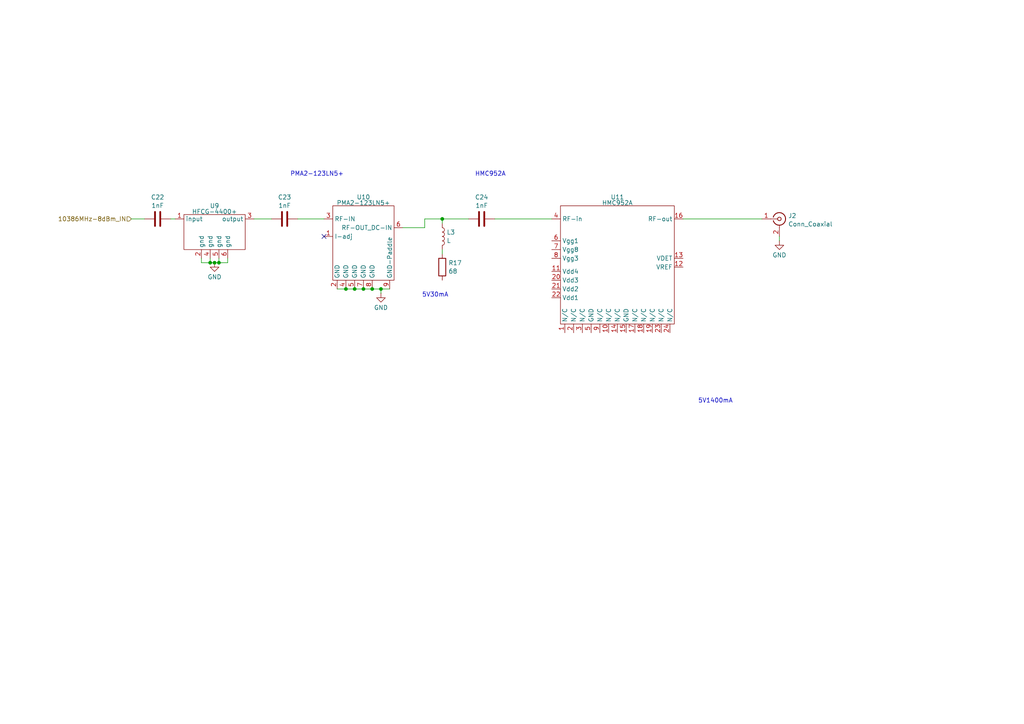
<source format=kicad_sch>
(kicad_sch (version 20231120) (generator "eeschema") (generator_version "8.0")
  (paper "A4")
  (lib_symbols
    (symbol "Connector:Conn_Coaxial" (pin_names (offset 1.016) hide)
      (property "Reference" "J" (at 0.254 3.048 0))
      (property "Value" "Conn_Coaxial" (at 2.921 0 90))
      (symbol "Conn_Coaxial_0_1"
        (arc (start -1.778 -0.508) (mid 0.2311 -1.8066) (end 1.778 0) (stroke (width 0.254)))
        (polyline (pts (xy -2.54 0) (xy -0.508 0)))
        (polyline (pts (xy 0 -2.54) (xy 0 -1.778)))
        (circle (center 0 0) (radius 0.508) (stroke (width 0.2032)))
        (arc (start 1.778 0) (mid 0.2099 1.8101) (end -1.778 0.508) (stroke (width 0.254)))
      )
      (symbol "Conn_Coaxial_1_1"
        (pin passive line (at -5.08 0 0) (length 2.54) (name "In") (number "1"))
        (pin passive line (at 0 -5.08 90) (length 2.54) (name "Ext") (number "2"))
      )
    )
    (symbol "Device:C" (pin_numbers hide) (pin_names (offset 0.254))
      (property "Reference" "C" (at 0.635 2.54 0))
      (property "Value" "C" (at 0.635 -2.54 0))
      (symbol "C_0_1"
        (polyline (pts (xy -2.032 -0.762) (xy 2.032 -0.762)) (stroke (width 0.508)))
        (polyline (pts (xy -2.032 0.762) (xy 2.032 0.762)) (stroke (width 0.508)))
      )
      (symbol "C_1_1"
        (pin passive line (at 0 3.81 270) (length 2.794) (name "~") (number "1"))
        (pin passive line (at 0 -3.81 90) (length 2.794) (name "~") (number "2"))
      )
    )
    (symbol "Device:L" (pin_numbers hide) (pin_names (offset 1.016) hide)
      (property "Reference" "L" (at -1.27 0 90))
      (property "Value" "L" (at 1.905 0 90))
      (symbol "L_0_1"
        (arc (start 0 -2.54) (mid 0.6323 -1.905) (end 0 -1.27))
        (arc (start 0 -1.27) (mid 0.6323 -0.635) (end 0 0))
        (arc (start 0 0) (mid 0.6323 0.635) (end 0 1.27))
        (arc (start 0 1.27) (mid 0.6323 1.905) (end 0 2.54))
      )
      (symbol "L_1_1"
        (pin passive line (at 0 3.81 270) (length 1.27) (name "1") (number "1"))
        (pin passive line (at 0 -3.81 90) (length 1.27) (name "2") (number "2"))
      )
    )
    (symbol "Device:R" (pin_numbers hide) (pin_names (offset 0))
      (property "Reference" "R" (at 2.032 0 90))
      (property "Value" "R" (at 0 0 90))
      (symbol "R_0_1"
        (rectangle (start -1.016 -2.54) (end 1.016 2.54) (stroke (width 0.254)))
      )
      (symbol "R_1_1"
        (pin passive line (at 0 3.81 270) (length 1.27) (name "~") (number "1"))
        (pin passive line (at 0 -3.81 90) (length 1.27) (name "~") (number "2"))
      )
    )
    (symbol "HankLibrary:HFCG_4400+"
      (property "Reference" "U" (at 0 0 0))
      (symbol "HFCG_4400+_0_1"
        (rectangle (start -8.89 -1.27) (end 8.89 -11.43))
      )
      (symbol "HFCG_4400+_1_1"
        (pin input line (at -11.43 -2.54 0) (length 2.54) (name "input") (number "1"))
        (pin output line (at -3.81 -13.97 90) (length 2.54) (name "gnd") (number "2"))
        (pin output line (at 11.43 -2.54 180) (length 2.54) (name "output") (number "3"))
        (pin output line (at -1.27 -13.97 90) (length 2.54) (name "gnd") (number "4"))
        (pin output line (at 1.27 -13.97 90) (length 2.54) (name "gnd") (number "5"))
        (pin output line (at 3.81 -13.97 90) (length 2.54) (name "gnd") (number "6"))
      )
    )
    (symbol "HankLibrary:HMC952A"
      (property "Reference" "U" (at 0 0 0))
      (symbol "HMC952A_0_1"
        (rectangle (start -16.51 -1.27) (end 16.51 -35.56))
      )
      (symbol "HMC952A_1_1"
        (pin input line (at -15.24 -38.1 90) (length 2.54) (name "N/C") (number "1"))
        (pin input line (at -2.54 -38.1 90) (length 2.54) (name "N/C") (number "10"))
        (pin power_in line (at -19.05 -20.32 0) (length 2.54) (name "Vdd4") (number "11"))
        (pin output line (at 19.05 -19.05 180) (length 2.54) (name "VREF") (number "12"))
        (pin output line (at 19.05 -16.51 180) (length 2.54) (name "VDET") (number "13"))
        (pin input line (at 0 -38.1 90) (length 2.54) (name "N/C") (number "14"))
        (pin input line (at 2.54 -38.1 90) (length 2.54) (name "GND") (number "15"))
        (pin output line (at 19.05 -5.08 180) (length 2.54) (name "RF-out") (number "16"))
        (pin input line (at 5.08 -38.1 90) (length 2.54) (name "N/C") (number "17"))
        (pin input line (at 7.62 -38.1 90) (length 2.54) (name "N/C") (number "18"))
        (pin input line (at 10.16 -38.1 90) (length 2.54) (name "N/C") (number "19"))
        (pin input line (at -12.7 -38.1 90) (length 2.54) (name "N/C") (number "2"))
        (pin power_in line (at -19.05 -22.86 0) (length 2.54) (name "Vdd3") (number "20"))
        (pin power_in line (at -19.05 -25.4 0) (length 2.54) (name "Vdd2") (number "21"))
        (pin power_in line (at -19.05 -27.94 0) (length 2.54) (name "Vdd1") (number "22"))
        (pin input line (at 12.7 -38.1 90) (length 2.54) (name "N/C") (number "23"))
        (pin input line (at 15.24 -38.1 90) (length 2.54) (name "N/C") (number "24"))
        (pin input line (at -10.16 -38.1 90) (length 2.54) (name "N/C") (number "3"))
        (pin input line (at -19.05 -5.08 0) (length 2.54) (name "RF-in") (number "4"))
        (pin input line (at -7.62 -38.1 90) (length 2.54) (name "GND") (number "5"))
        (pin power_in line (at -19.05 -11.43 0) (length 2.54) (name "Vgg1") (number "6"))
        (pin power_in line (at -19.05 -13.97 0) (length 2.54) (name "Vgg8") (number "7"))
        (pin power_in line (at -19.05 -16.51 0) (length 2.54) (name "Vgg3") (number "8"))
        (pin input line (at -5.08 -38.1 90) (length 2.54) (name "N/C") (number "9"))
      )
    )
    (symbol "HankLibrary:PMA2-123LN5+"
      (property "Reference" "U" (at 0 0 0))
      (symbol "PMA2-123LN5+_0_1"
        (rectangle (start -8.89 -2.54) (end 8.89 -24.13))
      )
      (symbol "PMA2-123LN5+_1_1"
        (pin input line (at -11.43 -11.43 0) (length 2.54) (name "I-adj") (number "1"))
        (pin output line (at -7.62 -26.67 90) (length 2.54) (name "GND") (number "2"))
        (pin input line (at -11.43 -6.35 0) (length 2.54) (name "RF-IN") (number "3"))
        (pin output line (at -5.08 -26.67 90) (length 2.54) (name "GND") (number "4"))
        (pin output line (at -2.54 -26.67 90) (length 2.54) (name "GND") (number "5"))
        (pin output line (at 11.43 -8.89 180) (length 2.54) (name "RF-OUT_DC-IN") (number "6"))
        (pin output line (at 0 -26.67 90) (length 2.54) (name "GND") (number "7"))
        (pin output line (at 2.54 -26.67 90) (length 2.54) (name "GND") (number "8"))
        (pin input line (at 7.62 -26.67 90) (length 2.54) (name "GND-Paddle") (number "9"))
      )
    )
    (symbol "power:GND" (power) (pin_numbers hide) (pin_names (offset 0) hide)
      (property "Value" "GND" (at 0 -3.81 0))
      (symbol "GND_0_1"
        (polyline (pts (xy 0 0) (xy 0 -1.27) (xy 1.27 -1.27) (xy 0 -2.54) (xy -1.27 -1.27) (xy 0 -1.27)))
      )
      (symbol "GND_1_1"
        (pin power_in line (at 0 0 270) (length 0) (name "~") (number "1"))
      )
    )
  )
  (junction (at 63.5 76.2))
  (junction (at 110.49 83.82))
  (junction (at 107.95 83.82))
  (junction (at 128.27 63.5))
  (junction (at 102.87 83.82))
  (junction (at 105.41 83.82))
  (junction (at 100.33 83.82))
  (junction (at 60.96 76.2))
  (junction (at 62.23 76.2))
  (no_connect (at 93.98 68.58))
  (wire (pts (xy 105.41 83.82) (xy 107.95 83.82)))
  (wire (pts (xy 116.84 66.04) (xy 123.19 66.04)))
  (wire (pts (xy 60.96 76.2) (xy 62.23 76.2)))
  (wire (pts (xy 63.5 76.2) (xy 63.5 74.93)))
  (wire (pts (xy 128.27 72.39) (xy 128.27 73.66)))
  (wire (pts (xy 128.27 63.5) (xy 128.27 64.77)))
  (wire (pts (xy 143.51 63.5) (xy 160.02 63.5)))
  (wire (pts (xy 123.19 63.5) (xy 128.27 63.5)))
  (wire (pts (xy 97.79 83.82) (xy 100.33 83.82)))
  (wire (pts (xy 110.49 83.82) (xy 110.49 85.09)))
  (wire (pts (xy 86.36 63.5) (xy 93.98 63.5)))
  (wire (pts (xy 49.53 63.5) (xy 50.8 63.5)))
  (wire (pts (xy 102.87 83.82) (xy 105.41 83.82)))
  (wire (pts (xy 60.96 76.2) (xy 60.96 74.93)))
  (wire (pts (xy 66.04 76.2) (xy 66.04 74.93)))
  (wire (pts (xy 128.27 63.5) (xy 135.89 63.5)))
  (wire (pts (xy 198.12 63.5) (xy 220.98 63.5)))
  (wire (pts (xy 226.06 69.85) (xy 226.06 68.58)))
  (wire (pts (xy 38.1 63.5) (xy 41.91 63.5)))
  (wire (pts (xy 107.95 83.82) (xy 110.49 83.82)))
  (wire (pts (xy 58.42 76.2) (xy 58.42 74.93)))
  (wire (pts (xy 62.23 76.2) (xy 63.5 76.2)))
  (wire (pts (xy 58.42 76.2) (xy 60.96 76.2)))
  (wire (pts (xy 100.33 83.82) (xy 102.87 83.82)))
  (wire (pts (xy 110.49 83.82) (xy 113.03 83.82)))
  (wire (pts (xy 123.19 66.04) (xy 123.19 63.5)))
  (wire (pts (xy 73.66 63.5) (xy 78.74 63.5)))
  (wire (pts (xy 63.5 76.2) (xy 66.04 76.2)))
  (text "5V1400mA" (at 207.518 116.332 0) (effects (font (size 1.27 1.27))))
  (text "5V30mA" (at 126.238 85.598 0) (effects (font (size 1.27 1.27))))
  (text "PMA2-123LN5+" (at 91.948 50.546 0) (effects (font (size 1.27 1.27))))
  (text "HMC952A" (at 142.24 50.546 0) (effects (font (size 1.27 1.27))))
  (hierarchical_label "10386MHz-8dBm_IN" (shape input) (at 38.1 63.5 180))
  (symbol (lib_id "power:GND") (at 110.49 85.09 0) (unit 1)
    (property "Reference" "#PWR018" (effects (hide yes)))
    (property "Value" "GND" (at 110.49 89.2231 0))
    (property "Description" "Power symbol creates a global label with name \"GND\" , ground" (effects (hide yes)))
  )
  (symbol (lib_id "Device:C") (at 139.7 63.5 90) (unit 1)
    (property "Reference" "C24" (at 139.7 57.1965 90))
    (property "Value" "1nF" (at 139.7 59.6208 90))
    (property "Footprint" "Capacitor_SMD:C_0402_1005Metric_Pad0.74x0.62mm_HandSolder" (effects (hide yes)))
    (property "Description" "Unpolarized capacitor" (effects (hide yes)))
  )
  (symbol (lib_id "HankLibrary:HFCG_4400+") (at 62.23 60.96 0) (unit 1)
    (property "Reference" "U9" (at 62.23 59.6985 0))
    (property "Value" "HFCG-4400+" (at 62.23 61.3799 0))
    (property "Footprint" "OptoDevice:Broadcom_DFN-6_2x2mm_P0.65mm" (effects (hide yes)))
    (property "Datasheet" "https://www.mouser.se/datasheet/2/1030/HFCG_4400_2b-2256271.pdf" (effects (hide yes)))
    (property "Description" "4900 to 18500 MHz High Pass Filter " (effects (hide yes)))
  )
  (symbol (lib_id "HankLibrary:PMA2-123LN5+") (at 105.41 57.15 0) (unit 1)
    (property "Reference" "U10" (at 105.41 57.1585 0))
    (property "Value" "PMA2-123LN5+" (at 105.41 58.8399 0))
    (property "Footprint" "Package_DFN_QFN:DFN-8-1EP_2x2mm_P0.5mm_EP0.6x1.2mm" (effects (hide yes)))
    (property "Datasheet" "https://www.mouser.se/datasheet/2/1030/PMA2_123LN5_2b-1701048.pdf" (effects (hide yes)))
    (property "Description" "Monolithic Amplifier 50Ω 0.5 to 12 GHz" (effects (hide yes)))
  )
  (symbol (lib_id "power:GND") (at 62.23 76.2 0) (unit 1)
    (property "Reference" "#PWR017" (effects (hide yes)))
    (property "Value" "GND" (at 62.23 80.3331 0))
    (property "Description" "Power symbol creates a global label with name \"GND\" , ground" (effects (hide yes)))
  )
  (symbol (lib_id "Connector:Conn_Coaxial") (at 226.06 63.5 0) (unit 1)
    (property "Reference" "J2" (at 228.6001 62.581 0) (effects (justify left)))
    (property "Value" "Conn_Coaxial" (at 228.6001 65.0053 0) (effects (justify left)))
    (property "Footprint" "Connector_Coaxial:SMA_Amphenol_901-143_Horizontal" (effects (hide yes)))
    (property "Datasheet" " ~" (effects (hide yes)))
    (property "Description" "coaxial connector (BNC, SMA, SMB, SMC, Cinch/RCA, LEMO, ...)" (effects (hide yes)))
  )
  (symbol (lib_id "Device:C") (at 82.55 63.5 90) (unit 1)
    (property "Reference" "C23" (at 82.55 57.1965 90))
    (property "Value" "1nF" (at 82.55 59.6208 90))
    (property "Footprint" "Capacitor_SMD:C_0402_1005Metric_Pad0.74x0.62mm_HandSolder" (effects (hide yes)))
    (property "Description" "Unpolarized capacitor" (effects (hide yes)))
  )
  (symbol (lib_id "Device:C") (at 45.72 63.5 90) (unit 1)
    (property "Reference" "C22" (at 45.72 57.1965 90))
    (property "Value" "1nF" (at 45.72 59.6208 90))
    (property "Footprint" "Capacitor_SMD:C_0402_1005Metric_Pad0.74x0.62mm_HandSolder" (effects (hide yes)))
    (property "Description" "Unpolarized capacitor" (effects (hide yes)))
  )
  (symbol (lib_id "HankLibrary:HMC952A") (at 179.07 58.42 0) (unit 1)
    (property "Reference" "U11" (at 179.07 57.1585 0))
    (property "Value" "HMC952A" (at 179.07 58.8399 0))
    (property "Footprint" "Package_DFN_QFN:QFN-24-1EP_5x5mm_P0.65mm_EP3.2x3.2mm" (effects (hide yes)))
    (property "Datasheet" "https://www.mouser.se/datasheet/2/609/HMC952A-972562.pdf" (effects (hide yes)))
    (property "Description" "GaAs pHEMT MMIC 2 Watt 8 - 14 GHz" (effects (hide yes)))
  )
  (symbol (lib_id "Device:L") (at 128.27 68.58 0) (unit 1)
    (property "Reference" "L3" (at 129.5372 67.3678 0) (effects (justify left)))
    (property "Value" "L" (at 129.5372 69.7921 0) (effects (justify left)))
    (property "Footprint" "Inductor_SMD:L_0603_1608Metric_Pad1.05x0.95mm_HandSolder" (effects (hide yes)))
    (property "Description" "Inductor" (effects (hide yes)))
  )
  (symbol (lib_id "power:GND") (at 226.06 69.85 0) (unit 1)
    (property "Reference" "#PWR014" (effects (hide yes)))
    (property "Value" "GND" (at 226.06 73.9831 0))
    (property "Description" "Power symbol creates a global label with name \"GND\" , ground" (effects (hide yes)))
  )
  (symbol (lib_id "Device:R") (at 128.27 77.47 0) (unit 1)
    (property "Reference" "R17" (at 130.048 76.2578 0) (effects (justify left)))
    (property "Value" "68" (at 130.048 78.6821 0) (effects (justify left)))
    (property "Footprint" "Resistor_SMD:R_2512_6332Metric_Pad1.40x3.35mm_HandSolder" (effects (hide yes)))
    (property "Description" "Resistor" (effects (hide yes)))
  )
)
</source>
